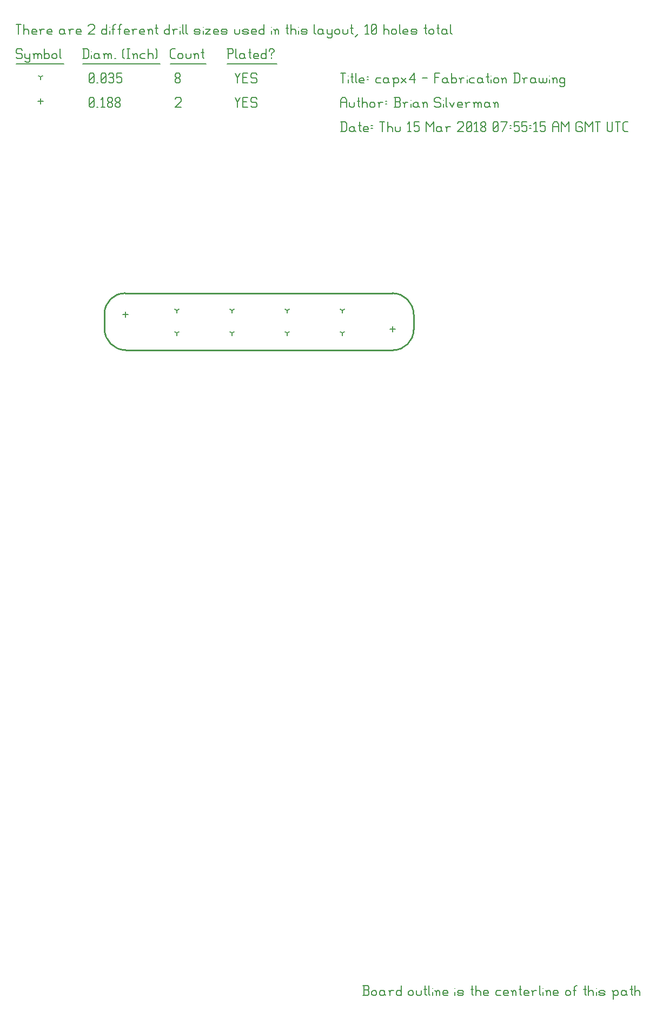
<source format=gbr>
G04 start of page 10 for group -3984 idx -3984 *
G04 Title: capx4, fab *
G04 Creator: pcb 20140316 *
G04 CreationDate: Thu 15 Mar 2018 07:55:15 AM GMT UTC *
G04 For: brian *
G04 Format: Gerber/RS-274X *
G04 PCB-Dimensions (mil): 6000.00 5000.00 *
G04 PCB-Coordinate-Origin: lower left *
%MOIN*%
%FSLAX25Y25*%
%LNFAB*%
%ADD33C,0.0100*%
%ADD32C,0.0075*%
%ADD31C,0.0060*%
%ADD30C,0.0080*%
G54D30*X232000Y402600D02*Y399400D01*
X230400Y401000D02*X233600D01*
X67500Y411600D02*Y408400D01*
X65900Y410000D02*X69100D01*
X15000Y542850D02*Y539650D01*
X13400Y541250D02*X16600D01*
G54D31*X135000Y543500D02*X136500Y540500D01*
X138000Y543500D01*
X136500Y540500D02*Y537500D01*
X139800Y540800D02*X142050D01*
X139800Y537500D02*X142800D01*
X139800Y543500D02*Y537500D01*
Y543500D02*X142800D01*
X147600D02*X148350Y542750D01*
X145350Y543500D02*X147600D01*
X144600Y542750D02*X145350Y543500D01*
X144600Y542750D02*Y541250D01*
X145350Y540500D01*
X147600D01*
X148350Y539750D01*
Y538250D01*
X147600Y537500D02*X148350Y538250D01*
X145350Y537500D02*X147600D01*
X144600Y538250D02*X145350Y537500D01*
X98000Y542750D02*X98750Y543500D01*
X101000D01*
X101750Y542750D01*
Y541250D01*
X98000Y537500D02*X101750Y541250D01*
X98000Y537500D02*X101750D01*
X45000Y538250D02*X45750Y537500D01*
X45000Y542750D02*Y538250D01*
Y542750D02*X45750Y543500D01*
X47250D01*
X48000Y542750D01*
Y538250D01*
X47250Y537500D02*X48000Y538250D01*
X45750Y537500D02*X47250D01*
X45000Y539000D02*X48000Y542000D01*
X49800Y537500D02*X50550D01*
X52350Y542300D02*X53550Y543500D01*
Y537500D01*
X52350D02*X54600D01*
X56400Y538250D02*X57150Y537500D01*
X56400Y539450D02*Y538250D01*
Y539450D02*X57450Y540500D01*
X58350D01*
X59400Y539450D01*
Y538250D01*
X58650Y537500D02*X59400Y538250D01*
X57150Y537500D02*X58650D01*
X56400Y541550D02*X57450Y540500D01*
X56400Y542750D02*Y541550D01*
Y542750D02*X57150Y543500D01*
X58650D01*
X59400Y542750D01*
Y541550D01*
X58350Y540500D02*X59400Y541550D01*
X61200Y538250D02*X61950Y537500D01*
X61200Y539450D02*Y538250D01*
Y539450D02*X62250Y540500D01*
X63150D01*
X64200Y539450D01*
Y538250D01*
X63450Y537500D02*X64200Y538250D01*
X61950Y537500D02*X63450D01*
X61200Y541550D02*X62250Y540500D01*
X61200Y542750D02*Y541550D01*
Y542750D02*X61950Y543500D01*
X63450D01*
X64200Y542750D01*
Y541550D01*
X63150Y540500D02*X64200Y541550D01*
X201000Y398610D02*Y397010D01*
Y398610D02*X202387Y399410D01*
X201000Y398610D02*X199613Y399410D01*
X201000Y412390D02*Y410790D01*
Y412390D02*X202387Y413190D01*
X201000Y412390D02*X199613Y413190D01*
X167000Y398610D02*Y397010D01*
Y398610D02*X168387Y399410D01*
X167000Y398610D02*X165613Y399410D01*
X167000Y412390D02*Y410790D01*
Y412390D02*X168387Y413190D01*
X167000Y412390D02*X165613Y413190D01*
X133000Y398610D02*Y397010D01*
Y398610D02*X134387Y399410D01*
X133000Y398610D02*X131613Y399410D01*
X133000Y412390D02*Y410790D01*
Y412390D02*X134387Y413190D01*
X133000Y412390D02*X131613Y413190D01*
X99000Y398610D02*Y397010D01*
Y398610D02*X100387Y399410D01*
X99000Y398610D02*X97613Y399410D01*
X99000Y412390D02*Y410790D01*
Y412390D02*X100387Y413190D01*
X99000Y412390D02*X97613Y413190D01*
X15000Y556250D02*Y554650D01*
Y556250D02*X16387Y557050D01*
X15000Y556250D02*X13613Y557050D01*
X135000Y558500D02*X136500Y555500D01*
X138000Y558500D01*
X136500Y555500D02*Y552500D01*
X139800Y555800D02*X142050D01*
X139800Y552500D02*X142800D01*
X139800Y558500D02*Y552500D01*
Y558500D02*X142800D01*
X147600D02*X148350Y557750D01*
X145350Y558500D02*X147600D01*
X144600Y557750D02*X145350Y558500D01*
X144600Y557750D02*Y556250D01*
X145350Y555500D01*
X147600D01*
X148350Y554750D01*
Y553250D01*
X147600Y552500D02*X148350Y553250D01*
X145350Y552500D02*X147600D01*
X144600Y553250D02*X145350Y552500D01*
X98000Y553250D02*X98750Y552500D01*
X98000Y554450D02*Y553250D01*
Y554450D02*X99050Y555500D01*
X99950D01*
X101000Y554450D01*
Y553250D01*
X100250Y552500D02*X101000Y553250D01*
X98750Y552500D02*X100250D01*
X98000Y556550D02*X99050Y555500D01*
X98000Y557750D02*Y556550D01*
Y557750D02*X98750Y558500D01*
X100250D01*
X101000Y557750D01*
Y556550D01*
X99950Y555500D02*X101000Y556550D01*
X45000Y553250D02*X45750Y552500D01*
X45000Y557750D02*Y553250D01*
Y557750D02*X45750Y558500D01*
X47250D01*
X48000Y557750D01*
Y553250D01*
X47250Y552500D02*X48000Y553250D01*
X45750Y552500D02*X47250D01*
X45000Y554000D02*X48000Y557000D01*
X49800Y552500D02*X50550D01*
X52350Y553250D02*X53100Y552500D01*
X52350Y557750D02*Y553250D01*
Y557750D02*X53100Y558500D01*
X54600D01*
X55350Y557750D01*
Y553250D01*
X54600Y552500D02*X55350Y553250D01*
X53100Y552500D02*X54600D01*
X52350Y554000D02*X55350Y557000D01*
X57150Y557750D02*X57900Y558500D01*
X59400D01*
X60150Y557750D01*
X59400Y552500D02*X60150Y553250D01*
X57900Y552500D02*X59400D01*
X57150Y553250D02*X57900Y552500D01*
Y555800D02*X59400D01*
X60150Y557750D02*Y556550D01*
Y555050D02*Y553250D01*
Y555050D02*X59400Y555800D01*
X60150Y556550D02*X59400Y555800D01*
X61950Y558500D02*X64950D01*
X61950D02*Y555500D01*
X62700Y556250D01*
X64200D01*
X64950Y555500D01*
Y553250D01*
X64200Y552500D02*X64950Y553250D01*
X62700Y552500D02*X64200D01*
X61950Y553250D02*X62700Y552500D01*
X3000Y573500D02*X3750Y572750D01*
X750Y573500D02*X3000D01*
X0Y572750D02*X750Y573500D01*
X0Y572750D02*Y571250D01*
X750Y570500D01*
X3000D01*
X3750Y569750D01*
Y568250D01*
X3000Y567500D02*X3750Y568250D01*
X750Y567500D02*X3000D01*
X0Y568250D02*X750Y567500D01*
X5550Y570500D02*Y568250D01*
X6300Y567500D01*
X8550Y570500D02*Y566000D01*
X7800Y565250D02*X8550Y566000D01*
X6300Y565250D02*X7800D01*
X5550Y566000D02*X6300Y565250D01*
Y567500D02*X7800D01*
X8550Y568250D01*
X11100Y569750D02*Y567500D01*
Y569750D02*X11850Y570500D01*
X12600D01*
X13350Y569750D01*
Y567500D01*
Y569750D02*X14100Y570500D01*
X14850D01*
X15600Y569750D01*
Y567500D01*
X10350Y570500D02*X11100Y569750D01*
X17400Y573500D02*Y567500D01*
Y568250D02*X18150Y567500D01*
X19650D01*
X20400Y568250D01*
Y569750D02*Y568250D01*
X19650Y570500D02*X20400Y569750D01*
X18150Y570500D02*X19650D01*
X17400Y569750D02*X18150Y570500D01*
X22200Y569750D02*Y568250D01*
Y569750D02*X22950Y570500D01*
X24450D01*
X25200Y569750D01*
Y568250D01*
X24450Y567500D02*X25200Y568250D01*
X22950Y567500D02*X24450D01*
X22200Y568250D02*X22950Y567500D01*
X27000Y573500D02*Y568250D01*
X27750Y567500D01*
X0Y564250D02*X29250D01*
X41750Y573500D02*Y567500D01*
X43700Y573500D02*X44750Y572450D01*
Y568550D01*
X43700Y567500D02*X44750Y568550D01*
X41000Y567500D02*X43700D01*
X41000Y573500D02*X43700D01*
G54D32*X46550Y572000D02*Y571850D01*
G54D31*Y569750D02*Y567500D01*
X50300Y570500D02*X51050Y569750D01*
X48800Y570500D02*X50300D01*
X48050Y569750D02*X48800Y570500D01*
X48050Y569750D02*Y568250D01*
X48800Y567500D01*
X51050Y570500D02*Y568250D01*
X51800Y567500D01*
X48800D02*X50300D01*
X51050Y568250D01*
X54350Y569750D02*Y567500D01*
Y569750D02*X55100Y570500D01*
X55850D01*
X56600Y569750D01*
Y567500D01*
Y569750D02*X57350Y570500D01*
X58100D01*
X58850Y569750D01*
Y567500D01*
X53600Y570500D02*X54350Y569750D01*
X60650Y567500D02*X61400D01*
X65900Y568250D02*X66650Y567500D01*
X65900Y572750D02*X66650Y573500D01*
X65900Y572750D02*Y568250D01*
X68450Y573500D02*X69950D01*
X69200D02*Y567500D01*
X68450D02*X69950D01*
X72500Y569750D02*Y567500D01*
Y569750D02*X73250Y570500D01*
X74000D01*
X74750Y569750D01*
Y567500D01*
X71750Y570500D02*X72500Y569750D01*
X77300Y570500D02*X79550D01*
X76550Y569750D02*X77300Y570500D01*
X76550Y569750D02*Y568250D01*
X77300Y567500D01*
X79550D01*
X81350Y573500D02*Y567500D01*
Y569750D02*X82100Y570500D01*
X83600D01*
X84350Y569750D01*
Y567500D01*
X86150Y573500D02*X86900Y572750D01*
Y568250D01*
X86150Y567500D02*X86900Y568250D01*
X41000Y564250D02*X88700D01*
X96050Y567500D02*X98000D01*
X95000Y568550D02*X96050Y567500D01*
X95000Y572450D02*Y568550D01*
Y572450D02*X96050Y573500D01*
X98000D01*
X99800Y569750D02*Y568250D01*
Y569750D02*X100550Y570500D01*
X102050D01*
X102800Y569750D01*
Y568250D01*
X102050Y567500D02*X102800Y568250D01*
X100550Y567500D02*X102050D01*
X99800Y568250D02*X100550Y567500D01*
X104600Y570500D02*Y568250D01*
X105350Y567500D01*
X106850D01*
X107600Y568250D01*
Y570500D02*Y568250D01*
X110150Y569750D02*Y567500D01*
Y569750D02*X110900Y570500D01*
X111650D01*
X112400Y569750D01*
Y567500D01*
X109400Y570500D02*X110150Y569750D01*
X114950Y573500D02*Y568250D01*
X115700Y567500D01*
X114200Y571250D02*X115700D01*
X95000Y564250D02*X117200D01*
X130750Y573500D02*Y567500D01*
X130000Y573500D02*X133000D01*
X133750Y572750D01*
Y571250D01*
X133000Y570500D02*X133750Y571250D01*
X130750Y570500D02*X133000D01*
X135550Y573500D02*Y568250D01*
X136300Y567500D01*
X140050Y570500D02*X140800Y569750D01*
X138550Y570500D02*X140050D01*
X137800Y569750D02*X138550Y570500D01*
X137800Y569750D02*Y568250D01*
X138550Y567500D01*
X140800Y570500D02*Y568250D01*
X141550Y567500D01*
X138550D02*X140050D01*
X140800Y568250D01*
X144100Y573500D02*Y568250D01*
X144850Y567500D01*
X143350Y571250D02*X144850D01*
X147100Y567500D02*X149350D01*
X146350Y568250D02*X147100Y567500D01*
X146350Y569750D02*Y568250D01*
Y569750D02*X147100Y570500D01*
X148600D01*
X149350Y569750D01*
X146350Y569000D02*X149350D01*
Y569750D02*Y569000D01*
X154150Y573500D02*Y567500D01*
X153400D02*X154150Y568250D01*
X151900Y567500D02*X153400D01*
X151150Y568250D02*X151900Y567500D01*
X151150Y569750D02*Y568250D01*
Y569750D02*X151900Y570500D01*
X153400D01*
X154150Y569750D01*
X157450Y570500D02*Y569750D01*
Y568250D02*Y567500D01*
X155950Y572750D02*Y572000D01*
Y572750D02*X156700Y573500D01*
X158200D01*
X158950Y572750D01*
Y572000D01*
X157450Y570500D02*X158950Y572000D01*
X130000Y564250D02*X160750D01*
X0Y588500D02*X3000D01*
X1500D02*Y582500D01*
X4800Y588500D02*Y582500D01*
Y584750D02*X5550Y585500D01*
X7050D01*
X7800Y584750D01*
Y582500D01*
X10350D02*X12600D01*
X9600Y583250D02*X10350Y582500D01*
X9600Y584750D02*Y583250D01*
Y584750D02*X10350Y585500D01*
X11850D01*
X12600Y584750D01*
X9600Y584000D02*X12600D01*
Y584750D02*Y584000D01*
X15150Y584750D02*Y582500D01*
Y584750D02*X15900Y585500D01*
X17400D01*
X14400D02*X15150Y584750D01*
X19950Y582500D02*X22200D01*
X19200Y583250D02*X19950Y582500D01*
X19200Y584750D02*Y583250D01*
Y584750D02*X19950Y585500D01*
X21450D01*
X22200Y584750D01*
X19200Y584000D02*X22200D01*
Y584750D02*Y584000D01*
X28950Y585500D02*X29700Y584750D01*
X27450Y585500D02*X28950D01*
X26700Y584750D02*X27450Y585500D01*
X26700Y584750D02*Y583250D01*
X27450Y582500D01*
X29700Y585500D02*Y583250D01*
X30450Y582500D01*
X27450D02*X28950D01*
X29700Y583250D01*
X33000Y584750D02*Y582500D01*
Y584750D02*X33750Y585500D01*
X35250D01*
X32250D02*X33000Y584750D01*
X37800Y582500D02*X40050D01*
X37050Y583250D02*X37800Y582500D01*
X37050Y584750D02*Y583250D01*
Y584750D02*X37800Y585500D01*
X39300D01*
X40050Y584750D01*
X37050Y584000D02*X40050D01*
Y584750D02*Y584000D01*
X44550Y587750D02*X45300Y588500D01*
X47550D01*
X48300Y587750D01*
Y586250D01*
X44550Y582500D02*X48300Y586250D01*
X44550Y582500D02*X48300D01*
X55800Y588500D02*Y582500D01*
X55050D02*X55800Y583250D01*
X53550Y582500D02*X55050D01*
X52800Y583250D02*X53550Y582500D01*
X52800Y584750D02*Y583250D01*
Y584750D02*X53550Y585500D01*
X55050D01*
X55800Y584750D01*
G54D32*X57600Y587000D02*Y586850D01*
G54D31*Y584750D02*Y582500D01*
X59850Y587750D02*Y582500D01*
Y587750D02*X60600Y588500D01*
X61350D01*
X59100Y585500D02*X60600D01*
X63600Y587750D02*Y582500D01*
Y587750D02*X64350Y588500D01*
X65100D01*
X62850Y585500D02*X64350D01*
X67350Y582500D02*X69600D01*
X66600Y583250D02*X67350Y582500D01*
X66600Y584750D02*Y583250D01*
Y584750D02*X67350Y585500D01*
X68850D01*
X69600Y584750D01*
X66600Y584000D02*X69600D01*
Y584750D02*Y584000D01*
X72150Y584750D02*Y582500D01*
Y584750D02*X72900Y585500D01*
X74400D01*
X71400D02*X72150Y584750D01*
X76950Y582500D02*X79200D01*
X76200Y583250D02*X76950Y582500D01*
X76200Y584750D02*Y583250D01*
Y584750D02*X76950Y585500D01*
X78450D01*
X79200Y584750D01*
X76200Y584000D02*X79200D01*
Y584750D02*Y584000D01*
X81750Y584750D02*Y582500D01*
Y584750D02*X82500Y585500D01*
X83250D01*
X84000Y584750D01*
Y582500D01*
X81000Y585500D02*X81750Y584750D01*
X86550Y588500D02*Y583250D01*
X87300Y582500D01*
X85800Y586250D02*X87300D01*
X94500Y588500D02*Y582500D01*
X93750D02*X94500Y583250D01*
X92250Y582500D02*X93750D01*
X91500Y583250D02*X92250Y582500D01*
X91500Y584750D02*Y583250D01*
Y584750D02*X92250Y585500D01*
X93750D01*
X94500Y584750D01*
X97050D02*Y582500D01*
Y584750D02*X97800Y585500D01*
X99300D01*
X96300D02*X97050Y584750D01*
G54D32*X101100Y587000D02*Y586850D01*
G54D31*Y584750D02*Y582500D01*
X102600Y588500D02*Y583250D01*
X103350Y582500D01*
X104850Y588500D02*Y583250D01*
X105600Y582500D01*
X110550D02*X112800D01*
X113550Y583250D01*
X112800Y584000D02*X113550Y583250D01*
X110550Y584000D02*X112800D01*
X109800Y584750D02*X110550Y584000D01*
X109800Y584750D02*X110550Y585500D01*
X112800D01*
X113550Y584750D01*
X109800Y583250D02*X110550Y582500D01*
G54D32*X115350Y587000D02*Y586850D01*
G54D31*Y584750D02*Y582500D01*
X116850Y585500D02*X119850D01*
X116850Y582500D02*X119850Y585500D01*
X116850Y582500D02*X119850D01*
X122400D02*X124650D01*
X121650Y583250D02*X122400Y582500D01*
X121650Y584750D02*Y583250D01*
Y584750D02*X122400Y585500D01*
X123900D01*
X124650Y584750D01*
X121650Y584000D02*X124650D01*
Y584750D02*Y584000D01*
X127200Y582500D02*X129450D01*
X130200Y583250D01*
X129450Y584000D02*X130200Y583250D01*
X127200Y584000D02*X129450D01*
X126450Y584750D02*X127200Y584000D01*
X126450Y584750D02*X127200Y585500D01*
X129450D01*
X130200Y584750D01*
X126450Y583250D02*X127200Y582500D01*
X134700Y585500D02*Y583250D01*
X135450Y582500D01*
X136950D01*
X137700Y583250D01*
Y585500D02*Y583250D01*
X140250Y582500D02*X142500D01*
X143250Y583250D01*
X142500Y584000D02*X143250Y583250D01*
X140250Y584000D02*X142500D01*
X139500Y584750D02*X140250Y584000D01*
X139500Y584750D02*X140250Y585500D01*
X142500D01*
X143250Y584750D01*
X139500Y583250D02*X140250Y582500D01*
X145800D02*X148050D01*
X145050Y583250D02*X145800Y582500D01*
X145050Y584750D02*Y583250D01*
Y584750D02*X145800Y585500D01*
X147300D01*
X148050Y584750D01*
X145050Y584000D02*X148050D01*
Y584750D02*Y584000D01*
X152850Y588500D02*Y582500D01*
X152100D02*X152850Y583250D01*
X150600Y582500D02*X152100D01*
X149850Y583250D02*X150600Y582500D01*
X149850Y584750D02*Y583250D01*
Y584750D02*X150600Y585500D01*
X152100D01*
X152850Y584750D01*
G54D32*X157350Y587000D02*Y586850D01*
G54D31*Y584750D02*Y582500D01*
X159600Y584750D02*Y582500D01*
Y584750D02*X160350Y585500D01*
X161100D01*
X161850Y584750D01*
Y582500D01*
X158850Y585500D02*X159600Y584750D01*
X167100Y588500D02*Y583250D01*
X167850Y582500D01*
X166350Y586250D02*X167850D01*
X169350Y588500D02*Y582500D01*
Y584750D02*X170100Y585500D01*
X171600D01*
X172350Y584750D01*
Y582500D01*
G54D32*X174150Y587000D02*Y586850D01*
G54D31*Y584750D02*Y582500D01*
X176400D02*X178650D01*
X179400Y583250D01*
X178650Y584000D02*X179400Y583250D01*
X176400Y584000D02*X178650D01*
X175650Y584750D02*X176400Y584000D01*
X175650Y584750D02*X176400Y585500D01*
X178650D01*
X179400Y584750D01*
X175650Y583250D02*X176400Y582500D01*
X183900Y588500D02*Y583250D01*
X184650Y582500D01*
X188400Y585500D02*X189150Y584750D01*
X186900Y585500D02*X188400D01*
X186150Y584750D02*X186900Y585500D01*
X186150Y584750D02*Y583250D01*
X186900Y582500D01*
X189150Y585500D02*Y583250D01*
X189900Y582500D01*
X186900D02*X188400D01*
X189150Y583250D01*
X191700Y585500D02*Y583250D01*
X192450Y582500D01*
X194700Y585500D02*Y581000D01*
X193950Y580250D02*X194700Y581000D01*
X192450Y580250D02*X193950D01*
X191700Y581000D02*X192450Y580250D01*
Y582500D02*X193950D01*
X194700Y583250D01*
X196500Y584750D02*Y583250D01*
Y584750D02*X197250Y585500D01*
X198750D01*
X199500Y584750D01*
Y583250D01*
X198750Y582500D02*X199500Y583250D01*
X197250Y582500D02*X198750D01*
X196500Y583250D02*X197250Y582500D01*
X201300Y585500D02*Y583250D01*
X202050Y582500D01*
X203550D01*
X204300Y583250D01*
Y585500D02*Y583250D01*
X206850Y588500D02*Y583250D01*
X207600Y582500D01*
X206100Y586250D02*X207600D01*
X209100Y581000D02*X210600Y582500D01*
X215100Y587300D02*X216300Y588500D01*
Y582500D01*
X215100D02*X217350D01*
X219150Y583250D02*X219900Y582500D01*
X219150Y587750D02*Y583250D01*
Y587750D02*X219900Y588500D01*
X221400D01*
X222150Y587750D01*
Y583250D01*
X221400Y582500D02*X222150Y583250D01*
X219900Y582500D02*X221400D01*
X219150Y584000D02*X222150Y587000D01*
X226650Y588500D02*Y582500D01*
Y584750D02*X227400Y585500D01*
X228900D01*
X229650Y584750D01*
Y582500D01*
X231450Y584750D02*Y583250D01*
Y584750D02*X232200Y585500D01*
X233700D01*
X234450Y584750D01*
Y583250D01*
X233700Y582500D02*X234450Y583250D01*
X232200Y582500D02*X233700D01*
X231450Y583250D02*X232200Y582500D01*
X236250Y588500D02*Y583250D01*
X237000Y582500D01*
X239250D02*X241500D01*
X238500Y583250D02*X239250Y582500D01*
X238500Y584750D02*Y583250D01*
Y584750D02*X239250Y585500D01*
X240750D01*
X241500Y584750D01*
X238500Y584000D02*X241500D01*
Y584750D02*Y584000D01*
X244050Y582500D02*X246300D01*
X247050Y583250D01*
X246300Y584000D02*X247050Y583250D01*
X244050Y584000D02*X246300D01*
X243300Y584750D02*X244050Y584000D01*
X243300Y584750D02*X244050Y585500D01*
X246300D01*
X247050Y584750D01*
X243300Y583250D02*X244050Y582500D01*
X252300Y588500D02*Y583250D01*
X253050Y582500D01*
X251550Y586250D02*X253050D01*
X254550Y584750D02*Y583250D01*
Y584750D02*X255300Y585500D01*
X256800D01*
X257550Y584750D01*
Y583250D01*
X256800Y582500D02*X257550Y583250D01*
X255300Y582500D02*X256800D01*
X254550Y583250D02*X255300Y582500D01*
X260100Y588500D02*Y583250D01*
X260850Y582500D01*
X259350Y586250D02*X260850D01*
X264600Y585500D02*X265350Y584750D01*
X263100Y585500D02*X264600D01*
X262350Y584750D02*X263100Y585500D01*
X262350Y584750D02*Y583250D01*
X263100Y582500D01*
X265350Y585500D02*Y583250D01*
X266100Y582500D01*
X263100D02*X264600D01*
X265350Y583250D01*
X267900Y588500D02*Y583250D01*
X268650Y582500D01*
G54D33*X67000Y423000D02*X232000D01*
X232500Y388000D02*X67500D01*
X54500Y401000D02*Y410500D01*
X245000Y410000D02*Y400500D01*
X67500Y388000D02*G75*G02X54500Y401000I0J13000D01*G01*
X232000Y423000D02*G75*G02X245000Y410000I0J-13000D01*G01*
X54500Y410500D02*G75*G02X67000Y423000I12500J0D01*G01*
X245000Y400500D02*G75*G02X232500Y388000I-12500J0D01*G01*
G54D31*X213675Y-9500D02*X216675D01*
X217425Y-8750D01*
Y-6950D02*Y-8750D01*
X216675Y-6200D02*X217425Y-6950D01*
X214425Y-6200D02*X216675D01*
X214425Y-3500D02*Y-9500D01*
X213675Y-3500D02*X216675D01*
X217425Y-4250D01*
Y-5450D01*
X216675Y-6200D02*X217425Y-5450D01*
X219225Y-7250D02*Y-8750D01*
Y-7250D02*X219975Y-6500D01*
X221475D01*
X222225Y-7250D01*
Y-8750D01*
X221475Y-9500D02*X222225Y-8750D01*
X219975Y-9500D02*X221475D01*
X219225Y-8750D02*X219975Y-9500D01*
X226275Y-6500D02*X227025Y-7250D01*
X224775Y-6500D02*X226275D01*
X224025Y-7250D02*X224775Y-6500D01*
X224025Y-7250D02*Y-8750D01*
X224775Y-9500D01*
X227025Y-6500D02*Y-8750D01*
X227775Y-9500D01*
X224775D02*X226275D01*
X227025Y-8750D01*
X230325Y-7250D02*Y-9500D01*
Y-7250D02*X231075Y-6500D01*
X232575D01*
X229575D02*X230325Y-7250D01*
X237375Y-3500D02*Y-9500D01*
X236625D02*X237375Y-8750D01*
X235125Y-9500D02*X236625D01*
X234375Y-8750D02*X235125Y-9500D01*
X234375Y-7250D02*Y-8750D01*
Y-7250D02*X235125Y-6500D01*
X236625D01*
X237375Y-7250D01*
X241875D02*Y-8750D01*
Y-7250D02*X242625Y-6500D01*
X244125D01*
X244875Y-7250D01*
Y-8750D01*
X244125Y-9500D02*X244875Y-8750D01*
X242625Y-9500D02*X244125D01*
X241875Y-8750D02*X242625Y-9500D01*
X246675Y-6500D02*Y-8750D01*
X247425Y-9500D01*
X248925D01*
X249675Y-8750D01*
Y-6500D02*Y-8750D01*
X252225Y-3500D02*Y-8750D01*
X252975Y-9500D01*
X251475Y-5750D02*X252975D01*
X254475Y-3500D02*Y-8750D01*
X255225Y-9500D01*
G54D32*X256725Y-5000D02*Y-5150D01*
G54D31*Y-7250D02*Y-9500D01*
X258975Y-7250D02*Y-9500D01*
Y-7250D02*X259725Y-6500D01*
X260475D01*
X261225Y-7250D01*
Y-9500D01*
X258225Y-6500D02*X258975Y-7250D01*
X263775Y-9500D02*X266025D01*
X263025Y-8750D02*X263775Y-9500D01*
X263025Y-7250D02*Y-8750D01*
Y-7250D02*X263775Y-6500D01*
X265275D01*
X266025Y-7250D01*
X263025Y-8000D02*X266025D01*
Y-7250D02*Y-8000D01*
G54D32*X270525Y-5000D02*Y-5150D01*
G54D31*Y-7250D02*Y-9500D01*
X272775D02*X275025D01*
X275775Y-8750D01*
X275025Y-8000D02*X275775Y-8750D01*
X272775Y-8000D02*X275025D01*
X272025Y-7250D02*X272775Y-8000D01*
X272025Y-7250D02*X272775Y-6500D01*
X275025D01*
X275775Y-7250D01*
X272025Y-8750D02*X272775Y-9500D01*
X281025Y-3500D02*Y-8750D01*
X281775Y-9500D01*
X280275Y-5750D02*X281775D01*
X283275Y-3500D02*Y-9500D01*
Y-7250D02*X284025Y-6500D01*
X285525D01*
X286275Y-7250D01*
Y-9500D01*
X288825D02*X291075D01*
X288075Y-8750D02*X288825Y-9500D01*
X288075Y-7250D02*Y-8750D01*
Y-7250D02*X288825Y-6500D01*
X290325D01*
X291075Y-7250D01*
X288075Y-8000D02*X291075D01*
Y-7250D02*Y-8000D01*
X296325Y-6500D02*X298575D01*
X295575Y-7250D02*X296325Y-6500D01*
X295575Y-7250D02*Y-8750D01*
X296325Y-9500D01*
X298575D01*
X301125D02*X303375D01*
X300375Y-8750D02*X301125Y-9500D01*
X300375Y-7250D02*Y-8750D01*
Y-7250D02*X301125Y-6500D01*
X302625D01*
X303375Y-7250D01*
X300375Y-8000D02*X303375D01*
Y-7250D02*Y-8000D01*
X305925Y-7250D02*Y-9500D01*
Y-7250D02*X306675Y-6500D01*
X307425D01*
X308175Y-7250D01*
Y-9500D01*
X305175Y-6500D02*X305925Y-7250D01*
X310725Y-3500D02*Y-8750D01*
X311475Y-9500D01*
X309975Y-5750D02*X311475D01*
X313725Y-9500D02*X315975D01*
X312975Y-8750D02*X313725Y-9500D01*
X312975Y-7250D02*Y-8750D01*
Y-7250D02*X313725Y-6500D01*
X315225D01*
X315975Y-7250D01*
X312975Y-8000D02*X315975D01*
Y-7250D02*Y-8000D01*
X318525Y-7250D02*Y-9500D01*
Y-7250D02*X319275Y-6500D01*
X320775D01*
X317775D02*X318525Y-7250D01*
X322575Y-3500D02*Y-8750D01*
X323325Y-9500D01*
G54D32*X324825Y-5000D02*Y-5150D01*
G54D31*Y-7250D02*Y-9500D01*
X327075Y-7250D02*Y-9500D01*
Y-7250D02*X327825Y-6500D01*
X328575D01*
X329325Y-7250D01*
Y-9500D01*
X326325Y-6500D02*X327075Y-7250D01*
X331875Y-9500D02*X334125D01*
X331125Y-8750D02*X331875Y-9500D01*
X331125Y-7250D02*Y-8750D01*
Y-7250D02*X331875Y-6500D01*
X333375D01*
X334125Y-7250D01*
X331125Y-8000D02*X334125D01*
Y-7250D02*Y-8000D01*
X338625Y-7250D02*Y-8750D01*
Y-7250D02*X339375Y-6500D01*
X340875D01*
X341625Y-7250D01*
Y-8750D01*
X340875Y-9500D02*X341625Y-8750D01*
X339375Y-9500D02*X340875D01*
X338625Y-8750D02*X339375Y-9500D01*
X344175Y-4250D02*Y-9500D01*
Y-4250D02*X344925Y-3500D01*
X345675D01*
X343425Y-6500D02*X344925D01*
X350625Y-3500D02*Y-8750D01*
X351375Y-9500D01*
X349875Y-5750D02*X351375D01*
X352875Y-3500D02*Y-9500D01*
Y-7250D02*X353625Y-6500D01*
X355125D01*
X355875Y-7250D01*
Y-9500D01*
G54D32*X357675Y-5000D02*Y-5150D01*
G54D31*Y-7250D02*Y-9500D01*
X359925D02*X362175D01*
X362925Y-8750D01*
X362175Y-8000D02*X362925Y-8750D01*
X359925Y-8000D02*X362175D01*
X359175Y-7250D02*X359925Y-8000D01*
X359175Y-7250D02*X359925Y-6500D01*
X362175D01*
X362925Y-7250D01*
X359175Y-8750D02*X359925Y-9500D01*
X368175Y-7250D02*Y-11750D01*
X367425Y-6500D02*X368175Y-7250D01*
X368925Y-6500D01*
X370425D01*
X371175Y-7250D01*
Y-8750D01*
X370425Y-9500D02*X371175Y-8750D01*
X368925Y-9500D02*X370425D01*
X368175Y-8750D02*X368925Y-9500D01*
X375225Y-6500D02*X375975Y-7250D01*
X373725Y-6500D02*X375225D01*
X372975Y-7250D02*X373725Y-6500D01*
X372975Y-7250D02*Y-8750D01*
X373725Y-9500D01*
X375975Y-6500D02*Y-8750D01*
X376725Y-9500D01*
X373725D02*X375225D01*
X375975Y-8750D01*
X379275Y-3500D02*Y-8750D01*
X380025Y-9500D01*
X378525Y-5750D02*X380025D01*
X381525Y-3500D02*Y-9500D01*
Y-7250D02*X382275Y-6500D01*
X383775D01*
X384525Y-7250D01*
Y-9500D01*
X200750Y528500D02*Y522500D01*
X202700Y528500D02*X203750Y527450D01*
Y523550D01*
X202700Y522500D02*X203750Y523550D01*
X200000Y522500D02*X202700D01*
X200000Y528500D02*X202700D01*
X207800Y525500D02*X208550Y524750D01*
X206300Y525500D02*X207800D01*
X205550Y524750D02*X206300Y525500D01*
X205550Y524750D02*Y523250D01*
X206300Y522500D01*
X208550Y525500D02*Y523250D01*
X209300Y522500D01*
X206300D02*X207800D01*
X208550Y523250D01*
X211850Y528500D02*Y523250D01*
X212600Y522500D01*
X211100Y526250D02*X212600D01*
X214850Y522500D02*X217100D01*
X214100Y523250D02*X214850Y522500D01*
X214100Y524750D02*Y523250D01*
Y524750D02*X214850Y525500D01*
X216350D01*
X217100Y524750D01*
X214100Y524000D02*X217100D01*
Y524750D02*Y524000D01*
X218900Y526250D02*X219650D01*
X218900Y524750D02*X219650D01*
X224150Y528500D02*X227150D01*
X225650D02*Y522500D01*
X228950Y528500D02*Y522500D01*
Y524750D02*X229700Y525500D01*
X231200D01*
X231950Y524750D01*
Y522500D01*
X233750Y525500D02*Y523250D01*
X234500Y522500D01*
X236000D01*
X236750Y523250D01*
Y525500D02*Y523250D01*
X241250Y527300D02*X242450Y528500D01*
Y522500D01*
X241250D02*X243500D01*
X245300Y528500D02*X248300D01*
X245300D02*Y525500D01*
X246050Y526250D01*
X247550D01*
X248300Y525500D01*
Y523250D01*
X247550Y522500D02*X248300Y523250D01*
X246050Y522500D02*X247550D01*
X245300Y523250D02*X246050Y522500D01*
X252800Y528500D02*Y522500D01*
Y528500D02*X255050Y525500D01*
X257300Y528500D01*
Y522500D01*
X261350Y525500D02*X262100Y524750D01*
X259850Y525500D02*X261350D01*
X259100Y524750D02*X259850Y525500D01*
X259100Y524750D02*Y523250D01*
X259850Y522500D01*
X262100Y525500D02*Y523250D01*
X262850Y522500D01*
X259850D02*X261350D01*
X262100Y523250D01*
X265400Y524750D02*Y522500D01*
Y524750D02*X266150Y525500D01*
X267650D01*
X264650D02*X265400Y524750D01*
X272150Y527750D02*X272900Y528500D01*
X275150D01*
X275900Y527750D01*
Y526250D01*
X272150Y522500D02*X275900Y526250D01*
X272150Y522500D02*X275900D01*
X277700Y523250D02*X278450Y522500D01*
X277700Y527750D02*Y523250D01*
Y527750D02*X278450Y528500D01*
X279950D01*
X280700Y527750D01*
Y523250D01*
X279950Y522500D02*X280700Y523250D01*
X278450Y522500D02*X279950D01*
X277700Y524000D02*X280700Y527000D01*
X282500Y527300D02*X283700Y528500D01*
Y522500D01*
X282500D02*X284750D01*
X286550Y523250D02*X287300Y522500D01*
X286550Y524450D02*Y523250D01*
Y524450D02*X287600Y525500D01*
X288500D01*
X289550Y524450D01*
Y523250D01*
X288800Y522500D02*X289550Y523250D01*
X287300Y522500D02*X288800D01*
X286550Y526550D02*X287600Y525500D01*
X286550Y527750D02*Y526550D01*
Y527750D02*X287300Y528500D01*
X288800D01*
X289550Y527750D01*
Y526550D01*
X288500Y525500D02*X289550Y526550D01*
X294050Y523250D02*X294800Y522500D01*
X294050Y527750D02*Y523250D01*
Y527750D02*X294800Y528500D01*
X296300D01*
X297050Y527750D01*
Y523250D01*
X296300Y522500D02*X297050Y523250D01*
X294800Y522500D02*X296300D01*
X294050Y524000D02*X297050Y527000D01*
X299600Y522500D02*X302600Y528500D01*
X298850D02*X302600D01*
X304400Y526250D02*X305150D01*
X304400Y524750D02*X305150D01*
X306950Y528500D02*X309950D01*
X306950D02*Y525500D01*
X307700Y526250D01*
X309200D01*
X309950Y525500D01*
Y523250D01*
X309200Y522500D02*X309950Y523250D01*
X307700Y522500D02*X309200D01*
X306950Y523250D02*X307700Y522500D01*
X311750Y528500D02*X314750D01*
X311750D02*Y525500D01*
X312500Y526250D01*
X314000D01*
X314750Y525500D01*
Y523250D01*
X314000Y522500D02*X314750Y523250D01*
X312500Y522500D02*X314000D01*
X311750Y523250D02*X312500Y522500D01*
X316550Y526250D02*X317300D01*
X316550Y524750D02*X317300D01*
X319100Y527300D02*X320300Y528500D01*
Y522500D01*
X319100D02*X321350D01*
X323150Y528500D02*X326150D01*
X323150D02*Y525500D01*
X323900Y526250D01*
X325400D01*
X326150Y525500D01*
Y523250D01*
X325400Y522500D02*X326150Y523250D01*
X323900Y522500D02*X325400D01*
X323150Y523250D02*X323900Y522500D01*
X330650Y527000D02*Y522500D01*
Y527000D02*X331700Y528500D01*
X333350D01*
X334400Y527000D01*
Y522500D01*
X330650Y525500D02*X334400D01*
X336200Y528500D02*Y522500D01*
Y528500D02*X338450Y525500D01*
X340700Y528500D01*
Y522500D01*
X348200Y528500D02*X348950Y527750D01*
X345950Y528500D02*X348200D01*
X345200Y527750D02*X345950Y528500D01*
X345200Y527750D02*Y523250D01*
X345950Y522500D01*
X348200D01*
X348950Y523250D01*
Y524750D02*Y523250D01*
X348200Y525500D02*X348950Y524750D01*
X346700Y525500D02*X348200D01*
X350750Y528500D02*Y522500D01*
Y528500D02*X353000Y525500D01*
X355250Y528500D01*
Y522500D01*
X357050Y528500D02*X360050D01*
X358550D02*Y522500D01*
X364550Y528500D02*Y523250D01*
X365300Y522500D01*
X366800D01*
X367550Y523250D01*
Y528500D02*Y523250D01*
X369350Y528500D02*X372350D01*
X370850D02*Y522500D01*
X375200D02*X377150D01*
X374150Y523550D02*X375200Y522500D01*
X374150Y527450D02*Y523550D01*
Y527450D02*X375200Y528500D01*
X377150D01*
X200000Y542000D02*Y537500D01*
Y542000D02*X201050Y543500D01*
X202700D01*
X203750Y542000D01*
Y537500D01*
X200000Y540500D02*X203750D01*
X205550D02*Y538250D01*
X206300Y537500D01*
X207800D01*
X208550Y538250D01*
Y540500D02*Y538250D01*
X211100Y543500D02*Y538250D01*
X211850Y537500D01*
X210350Y541250D02*X211850D01*
X213350Y543500D02*Y537500D01*
Y539750D02*X214100Y540500D01*
X215600D01*
X216350Y539750D01*
Y537500D01*
X218150Y539750D02*Y538250D01*
Y539750D02*X218900Y540500D01*
X220400D01*
X221150Y539750D01*
Y538250D01*
X220400Y537500D02*X221150Y538250D01*
X218900Y537500D02*X220400D01*
X218150Y538250D02*X218900Y537500D01*
X223700Y539750D02*Y537500D01*
Y539750D02*X224450Y540500D01*
X225950D01*
X222950D02*X223700Y539750D01*
X227750Y541250D02*X228500D01*
X227750Y539750D02*X228500D01*
X233000Y537500D02*X236000D01*
X236750Y538250D01*
Y540050D02*Y538250D01*
X236000Y540800D02*X236750Y540050D01*
X233750Y540800D02*X236000D01*
X233750Y543500D02*Y537500D01*
X233000Y543500D02*X236000D01*
X236750Y542750D01*
Y541550D01*
X236000Y540800D02*X236750Y541550D01*
X239300Y539750D02*Y537500D01*
Y539750D02*X240050Y540500D01*
X241550D01*
X238550D02*X239300Y539750D01*
G54D32*X243350Y542000D02*Y541850D01*
G54D31*Y539750D02*Y537500D01*
X247100Y540500D02*X247850Y539750D01*
X245600Y540500D02*X247100D01*
X244850Y539750D02*X245600Y540500D01*
X244850Y539750D02*Y538250D01*
X245600Y537500D01*
X247850Y540500D02*Y538250D01*
X248600Y537500D01*
X245600D02*X247100D01*
X247850Y538250D01*
X251150Y539750D02*Y537500D01*
Y539750D02*X251900Y540500D01*
X252650D01*
X253400Y539750D01*
Y537500D01*
X250400Y540500D02*X251150Y539750D01*
X260900Y543500D02*X261650Y542750D01*
X258650Y543500D02*X260900D01*
X257900Y542750D02*X258650Y543500D01*
X257900Y542750D02*Y541250D01*
X258650Y540500D01*
X260900D01*
X261650Y539750D01*
Y538250D01*
X260900Y537500D02*X261650Y538250D01*
X258650Y537500D02*X260900D01*
X257900Y538250D02*X258650Y537500D01*
G54D32*X263450Y542000D02*Y541850D01*
G54D31*Y539750D02*Y537500D01*
X264950Y543500D02*Y538250D01*
X265700Y537500D01*
X267200Y540500D02*X268700Y537500D01*
X270200Y540500D02*X268700Y537500D01*
X272750D02*X275000D01*
X272000Y538250D02*X272750Y537500D01*
X272000Y539750D02*Y538250D01*
Y539750D02*X272750Y540500D01*
X274250D01*
X275000Y539750D01*
X272000Y539000D02*X275000D01*
Y539750D02*Y539000D01*
X277550Y539750D02*Y537500D01*
Y539750D02*X278300Y540500D01*
X279800D01*
X276800D02*X277550Y539750D01*
X282350D02*Y537500D01*
Y539750D02*X283100Y540500D01*
X283850D01*
X284600Y539750D01*
Y537500D01*
Y539750D02*X285350Y540500D01*
X286100D01*
X286850Y539750D01*
Y537500D01*
X281600Y540500D02*X282350Y539750D01*
X290900Y540500D02*X291650Y539750D01*
X289400Y540500D02*X290900D01*
X288650Y539750D02*X289400Y540500D01*
X288650Y539750D02*Y538250D01*
X289400Y537500D01*
X291650Y540500D02*Y538250D01*
X292400Y537500D01*
X289400D02*X290900D01*
X291650Y538250D01*
X294950Y539750D02*Y537500D01*
Y539750D02*X295700Y540500D01*
X296450D01*
X297200Y539750D01*
Y537500D01*
X294200Y540500D02*X294950Y539750D01*
X200000Y558500D02*X203000D01*
X201500D02*Y552500D01*
G54D32*X204800Y557000D02*Y556850D01*
G54D31*Y554750D02*Y552500D01*
X207050Y558500D02*Y553250D01*
X207800Y552500D01*
X206300Y556250D02*X207800D01*
X209300Y558500D02*Y553250D01*
X210050Y552500D01*
X212300D02*X214550D01*
X211550Y553250D02*X212300Y552500D01*
X211550Y554750D02*Y553250D01*
Y554750D02*X212300Y555500D01*
X213800D01*
X214550Y554750D01*
X211550Y554000D02*X214550D01*
Y554750D02*Y554000D01*
X216350Y556250D02*X217100D01*
X216350Y554750D02*X217100D01*
X222350Y555500D02*X224600D01*
X221600Y554750D02*X222350Y555500D01*
X221600Y554750D02*Y553250D01*
X222350Y552500D01*
X224600D01*
X228650Y555500D02*X229400Y554750D01*
X227150Y555500D02*X228650D01*
X226400Y554750D02*X227150Y555500D01*
X226400Y554750D02*Y553250D01*
X227150Y552500D01*
X229400Y555500D02*Y553250D01*
X230150Y552500D01*
X227150D02*X228650D01*
X229400Y553250D01*
X232700Y554750D02*Y550250D01*
X231950Y555500D02*X232700Y554750D01*
X233450Y555500D01*
X234950D01*
X235700Y554750D01*
Y553250D01*
X234950Y552500D02*X235700Y553250D01*
X233450Y552500D02*X234950D01*
X232700Y553250D02*X233450Y552500D01*
X237500Y555500D02*X240500Y552500D01*
X237500D02*X240500Y555500D01*
X242300Y554750D02*X245300Y558500D01*
X242300Y554750D02*X246050D01*
X245300Y558500D02*Y552500D01*
X250550Y555500D02*X253550D01*
X258050Y558500D02*Y552500D01*
Y558500D02*X261050D01*
X258050Y555800D02*X260300D01*
X265100Y555500D02*X265850Y554750D01*
X263600Y555500D02*X265100D01*
X262850Y554750D02*X263600Y555500D01*
X262850Y554750D02*Y553250D01*
X263600Y552500D01*
X265850Y555500D02*Y553250D01*
X266600Y552500D01*
X263600D02*X265100D01*
X265850Y553250D01*
X268400Y558500D02*Y552500D01*
Y553250D02*X269150Y552500D01*
X270650D01*
X271400Y553250D01*
Y554750D02*Y553250D01*
X270650Y555500D02*X271400Y554750D01*
X269150Y555500D02*X270650D01*
X268400Y554750D02*X269150Y555500D01*
X273950Y554750D02*Y552500D01*
Y554750D02*X274700Y555500D01*
X276200D01*
X273200D02*X273950Y554750D01*
G54D32*X278000Y557000D02*Y556850D01*
G54D31*Y554750D02*Y552500D01*
X280250Y555500D02*X282500D01*
X279500Y554750D02*X280250Y555500D01*
X279500Y554750D02*Y553250D01*
X280250Y552500D01*
X282500D01*
X286550Y555500D02*X287300Y554750D01*
X285050Y555500D02*X286550D01*
X284300Y554750D02*X285050Y555500D01*
X284300Y554750D02*Y553250D01*
X285050Y552500D01*
X287300Y555500D02*Y553250D01*
X288050Y552500D01*
X285050D02*X286550D01*
X287300Y553250D01*
X290600Y558500D02*Y553250D01*
X291350Y552500D01*
X289850Y556250D02*X291350D01*
G54D32*X292850Y557000D02*Y556850D01*
G54D31*Y554750D02*Y552500D01*
X294350Y554750D02*Y553250D01*
Y554750D02*X295100Y555500D01*
X296600D01*
X297350Y554750D01*
Y553250D01*
X296600Y552500D02*X297350Y553250D01*
X295100Y552500D02*X296600D01*
X294350Y553250D02*X295100Y552500D01*
X299900Y554750D02*Y552500D01*
Y554750D02*X300650Y555500D01*
X301400D01*
X302150Y554750D01*
Y552500D01*
X299150Y555500D02*X299900Y554750D01*
X307400Y558500D02*Y552500D01*
X309350Y558500D02*X310400Y557450D01*
Y553550D01*
X309350Y552500D02*X310400Y553550D01*
X306650Y552500D02*X309350D01*
X306650Y558500D02*X309350D01*
X312950Y554750D02*Y552500D01*
Y554750D02*X313700Y555500D01*
X315200D01*
X312200D02*X312950Y554750D01*
X319250Y555500D02*X320000Y554750D01*
X317750Y555500D02*X319250D01*
X317000Y554750D02*X317750Y555500D01*
X317000Y554750D02*Y553250D01*
X317750Y552500D01*
X320000Y555500D02*Y553250D01*
X320750Y552500D01*
X317750D02*X319250D01*
X320000Y553250D01*
X322550Y555500D02*Y553250D01*
X323300Y552500D01*
X324050D01*
X324800Y553250D01*
Y555500D02*Y553250D01*
X325550Y552500D01*
X326300D01*
X327050Y553250D01*
Y555500D02*Y553250D01*
G54D32*X328850Y557000D02*Y556850D01*
G54D31*Y554750D02*Y552500D01*
X331100Y554750D02*Y552500D01*
Y554750D02*X331850Y555500D01*
X332600D01*
X333350Y554750D01*
Y552500D01*
X330350Y555500D02*X331100Y554750D01*
X337400Y555500D02*X338150Y554750D01*
X335900Y555500D02*X337400D01*
X335150Y554750D02*X335900Y555500D01*
X335150Y554750D02*Y553250D01*
X335900Y552500D01*
X337400D01*
X338150Y553250D01*
X335150Y551000D02*X335900Y550250D01*
X337400D01*
X338150Y551000D01*
Y555500D02*Y551000D01*
M02*

</source>
